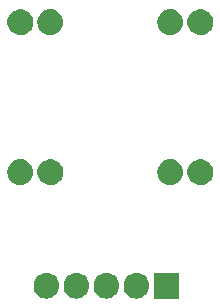
<source format=gbs>
%TF.GenerationSoftware,KiCad,Pcbnew,4.0.5-e0-6337~49~ubuntu16.04.1*%
%TF.CreationDate,2017-05-08T19:40:56-07:00*%
%TF.ProjectId,LDR-Board,4C44522D426F6172642E6B696361645F,v1.2*%
%TF.FileFunction,Soldermask,Bot*%
%FSLAX46Y46*%
G04 Gerber Fmt 4.6, Leading zero omitted, Abs format (unit mm)*
G04 Created by KiCad (PCBNEW 4.0.5-e0-6337~49~ubuntu16.04.1) date Mon May  8 19:40:56 2017*
%MOMM*%
%LPD*%
G01*
G04 APERTURE LIST*
%ADD10C,0.350000*%
G04 APERTURE END LIST*
D10*
G36*
X16729570Y-79696817D02*
X16729575Y-79696819D01*
X16729617Y-79696823D01*
X16933245Y-79759856D01*
X17120750Y-79861240D01*
X17284993Y-79997114D01*
X17419717Y-80162301D01*
X17519789Y-80350510D01*
X17581399Y-80554572D01*
X17602200Y-80766715D01*
X17602200Y-80777285D01*
X17602094Y-80792534D01*
X17578333Y-81004366D01*
X17513880Y-81207548D01*
X17411189Y-81394342D01*
X17274172Y-81557632D01*
X17108049Y-81691199D01*
X16919145Y-81789955D01*
X16714658Y-81850139D01*
X16714617Y-81850143D01*
X16714613Y-81850144D01*
X16502377Y-81869459D01*
X16290430Y-81847183D01*
X16290425Y-81847181D01*
X16290383Y-81847177D01*
X16086755Y-81784144D01*
X15899250Y-81682760D01*
X15735007Y-81546886D01*
X15600283Y-81381699D01*
X15500211Y-81193490D01*
X15438601Y-80989428D01*
X15417800Y-80777285D01*
X15417800Y-80766715D01*
X15417906Y-80751466D01*
X15441667Y-80539634D01*
X15506120Y-80336452D01*
X15608811Y-80149658D01*
X15745828Y-79986368D01*
X15911951Y-79852801D01*
X16100855Y-79754045D01*
X16305342Y-79693861D01*
X16305383Y-79693857D01*
X16305387Y-79693856D01*
X16517623Y-79674541D01*
X16729570Y-79696817D01*
X16729570Y-79696817D01*
G37*
G36*
X19269570Y-79696817D02*
X19269575Y-79696819D01*
X19269617Y-79696823D01*
X19473245Y-79759856D01*
X19660750Y-79861240D01*
X19824993Y-79997114D01*
X19959717Y-80162301D01*
X20059789Y-80350510D01*
X20121399Y-80554572D01*
X20142200Y-80766715D01*
X20142200Y-80777285D01*
X20142094Y-80792534D01*
X20118333Y-81004366D01*
X20053880Y-81207548D01*
X19951189Y-81394342D01*
X19814172Y-81557632D01*
X19648049Y-81691199D01*
X19459145Y-81789955D01*
X19254658Y-81850139D01*
X19254617Y-81850143D01*
X19254613Y-81850144D01*
X19042377Y-81869459D01*
X18830430Y-81847183D01*
X18830425Y-81847181D01*
X18830383Y-81847177D01*
X18626755Y-81784144D01*
X18439250Y-81682760D01*
X18275007Y-81546886D01*
X18140283Y-81381699D01*
X18040211Y-81193490D01*
X17978601Y-80989428D01*
X17957800Y-80777285D01*
X17957800Y-80766715D01*
X17957906Y-80751466D01*
X17981667Y-80539634D01*
X18046120Y-80336452D01*
X18148811Y-80149658D01*
X18285828Y-79986368D01*
X18451951Y-79852801D01*
X18640855Y-79754045D01*
X18845342Y-79693861D01*
X18845383Y-79693857D01*
X18845387Y-79693856D01*
X19057623Y-79674541D01*
X19269570Y-79696817D01*
X19269570Y-79696817D01*
G37*
G36*
X21809570Y-79696817D02*
X21809575Y-79696819D01*
X21809617Y-79696823D01*
X22013245Y-79759856D01*
X22200750Y-79861240D01*
X22364993Y-79997114D01*
X22499717Y-80162301D01*
X22599789Y-80350510D01*
X22661399Y-80554572D01*
X22682200Y-80766715D01*
X22682200Y-80777285D01*
X22682094Y-80792534D01*
X22658333Y-81004366D01*
X22593880Y-81207548D01*
X22491189Y-81394342D01*
X22354172Y-81557632D01*
X22188049Y-81691199D01*
X21999145Y-81789955D01*
X21794658Y-81850139D01*
X21794617Y-81850143D01*
X21794613Y-81850144D01*
X21582377Y-81869459D01*
X21370430Y-81847183D01*
X21370425Y-81847181D01*
X21370383Y-81847177D01*
X21166755Y-81784144D01*
X20979250Y-81682760D01*
X20815007Y-81546886D01*
X20680283Y-81381699D01*
X20580211Y-81193490D01*
X20518601Y-80989428D01*
X20497800Y-80777285D01*
X20497800Y-80766715D01*
X20497906Y-80751466D01*
X20521667Y-80539634D01*
X20586120Y-80336452D01*
X20688811Y-80149658D01*
X20825828Y-79986368D01*
X20991951Y-79852801D01*
X21180855Y-79754045D01*
X21385342Y-79693861D01*
X21385383Y-79693857D01*
X21385387Y-79693856D01*
X21597623Y-79674541D01*
X21809570Y-79696817D01*
X21809570Y-79696817D01*
G37*
G36*
X14189570Y-79696817D02*
X14189575Y-79696819D01*
X14189617Y-79696823D01*
X14393245Y-79759856D01*
X14580750Y-79861240D01*
X14744993Y-79997114D01*
X14879717Y-80162301D01*
X14979789Y-80350510D01*
X15041399Y-80554572D01*
X15062200Y-80766715D01*
X15062200Y-80777285D01*
X15062094Y-80792534D01*
X15038333Y-81004366D01*
X14973880Y-81207548D01*
X14871189Y-81394342D01*
X14734172Y-81557632D01*
X14568049Y-81691199D01*
X14379145Y-81789955D01*
X14174658Y-81850139D01*
X14174617Y-81850143D01*
X14174613Y-81850144D01*
X13962377Y-81869459D01*
X13750430Y-81847183D01*
X13750425Y-81847181D01*
X13750383Y-81847177D01*
X13546755Y-81784144D01*
X13359250Y-81682760D01*
X13195007Y-81546886D01*
X13060283Y-81381699D01*
X12960211Y-81193490D01*
X12898601Y-80989428D01*
X12877800Y-80777285D01*
X12877800Y-80766715D01*
X12877906Y-80751466D01*
X12901667Y-80539634D01*
X12966120Y-80336452D01*
X13068811Y-80149658D01*
X13205828Y-79986368D01*
X13371951Y-79852801D01*
X13560855Y-79754045D01*
X13765342Y-79693861D01*
X13765383Y-79693857D01*
X13765387Y-79693856D01*
X13977623Y-79674541D01*
X14189570Y-79696817D01*
X14189570Y-79696817D01*
G37*
G36*
X25222200Y-81864200D02*
X23037800Y-81864200D01*
X23037800Y-79679800D01*
X25222200Y-79679800D01*
X25222200Y-81864200D01*
X25222200Y-81864200D01*
G37*
G36*
X24674551Y-70089890D02*
X24674556Y-70089892D01*
X24674598Y-70089896D01*
X24878226Y-70152929D01*
X25065731Y-70254313D01*
X25229974Y-70390187D01*
X25364698Y-70555374D01*
X25464770Y-70743583D01*
X25526380Y-70947645D01*
X25547181Y-71159788D01*
X25547181Y-71170358D01*
X25547075Y-71185607D01*
X25523314Y-71397439D01*
X25458861Y-71600621D01*
X25356170Y-71787415D01*
X25219153Y-71950705D01*
X25053030Y-72084272D01*
X24864126Y-72183028D01*
X24659639Y-72243212D01*
X24659598Y-72243216D01*
X24659594Y-72243217D01*
X24447358Y-72262532D01*
X24235411Y-72240256D01*
X24235406Y-72240254D01*
X24235364Y-72240250D01*
X24031736Y-72177217D01*
X23844231Y-72075833D01*
X23679988Y-71939959D01*
X23545264Y-71774772D01*
X23445192Y-71586563D01*
X23383582Y-71382501D01*
X23362781Y-71170358D01*
X23362781Y-71159788D01*
X23362887Y-71144539D01*
X23386648Y-70932707D01*
X23451101Y-70729525D01*
X23553792Y-70542731D01*
X23690809Y-70379441D01*
X23856932Y-70245874D01*
X24045836Y-70147118D01*
X24250323Y-70086934D01*
X24250364Y-70086930D01*
X24250368Y-70086929D01*
X24462604Y-70067614D01*
X24674551Y-70089890D01*
X24674551Y-70089890D01*
G37*
G36*
X11974551Y-70089890D02*
X11974556Y-70089892D01*
X11974598Y-70089896D01*
X12178226Y-70152929D01*
X12365731Y-70254313D01*
X12529974Y-70390187D01*
X12664698Y-70555374D01*
X12764770Y-70743583D01*
X12826380Y-70947645D01*
X12847181Y-71159788D01*
X12847181Y-71170358D01*
X12847075Y-71185607D01*
X12823314Y-71397439D01*
X12758861Y-71600621D01*
X12656170Y-71787415D01*
X12519153Y-71950705D01*
X12353030Y-72084272D01*
X12164126Y-72183028D01*
X11959639Y-72243212D01*
X11959598Y-72243216D01*
X11959594Y-72243217D01*
X11747358Y-72262532D01*
X11535411Y-72240256D01*
X11535406Y-72240254D01*
X11535364Y-72240250D01*
X11331736Y-72177217D01*
X11144231Y-72075833D01*
X10979988Y-71939959D01*
X10845264Y-71774772D01*
X10745192Y-71586563D01*
X10683582Y-71382501D01*
X10662781Y-71170358D01*
X10662781Y-71159788D01*
X10662887Y-71144539D01*
X10686648Y-70932707D01*
X10751101Y-70729525D01*
X10853792Y-70542731D01*
X10990809Y-70379441D01*
X11156932Y-70245874D01*
X11345836Y-70147118D01*
X11550323Y-70086934D01*
X11550364Y-70086930D01*
X11550368Y-70086929D01*
X11762604Y-70067614D01*
X11974551Y-70089890D01*
X11974551Y-70089890D01*
G37*
G36*
X27109703Y-70073599D02*
X27319513Y-70116667D01*
X27516975Y-70199672D01*
X27694547Y-70319446D01*
X27845473Y-70471429D01*
X27964003Y-70649833D01*
X28045627Y-70847866D01*
X28087160Y-71057623D01*
X28087160Y-71057633D01*
X28087228Y-71057977D01*
X28083812Y-71302624D01*
X28083734Y-71302967D01*
X28083734Y-71302972D01*
X28036359Y-71511495D01*
X27949241Y-71707166D01*
X27825773Y-71882193D01*
X27670661Y-72029904D01*
X27489811Y-72144675D01*
X27290116Y-72222131D01*
X27079181Y-72259325D01*
X26865034Y-72254839D01*
X26655838Y-72208844D01*
X26459560Y-72123092D01*
X26283683Y-72000855D01*
X26134888Y-71846773D01*
X26018860Y-71666732D01*
X25940008Y-71467577D01*
X25901344Y-71256911D01*
X25904334Y-71042739D01*
X25948868Y-70833225D01*
X26033245Y-70636355D01*
X26154258Y-70459622D01*
X26307291Y-70309761D01*
X26486521Y-70192477D01*
X26685116Y-70112238D01*
X26895511Y-70072104D01*
X27109703Y-70073599D01*
X27109703Y-70073599D01*
G37*
G36*
X14409703Y-70073599D02*
X14619513Y-70116667D01*
X14816975Y-70199672D01*
X14994547Y-70319446D01*
X15145473Y-70471429D01*
X15264003Y-70649833D01*
X15345627Y-70847866D01*
X15387160Y-71057623D01*
X15387160Y-71057633D01*
X15387228Y-71057977D01*
X15383812Y-71302624D01*
X15383734Y-71302967D01*
X15383734Y-71302972D01*
X15336359Y-71511495D01*
X15249241Y-71707166D01*
X15125773Y-71882193D01*
X14970661Y-72029904D01*
X14789811Y-72144675D01*
X14590116Y-72222131D01*
X14379181Y-72259325D01*
X14165034Y-72254839D01*
X13955838Y-72208844D01*
X13759560Y-72123092D01*
X13583683Y-72000855D01*
X13434888Y-71846773D01*
X13318860Y-71666732D01*
X13240008Y-71467577D01*
X13201344Y-71256911D01*
X13204334Y-71042739D01*
X13248868Y-70833225D01*
X13333245Y-70636355D01*
X13454258Y-70459622D01*
X13607291Y-70309761D01*
X13786521Y-70192477D01*
X13985116Y-70112238D01*
X14195511Y-70072104D01*
X14409703Y-70073599D01*
X14409703Y-70073599D01*
G37*
G36*
X24674551Y-57389890D02*
X24674556Y-57389892D01*
X24674598Y-57389896D01*
X24878226Y-57452929D01*
X25065731Y-57554313D01*
X25229974Y-57690187D01*
X25364698Y-57855374D01*
X25464770Y-58043583D01*
X25526380Y-58247645D01*
X25547181Y-58459788D01*
X25547181Y-58470358D01*
X25547075Y-58485607D01*
X25523314Y-58697439D01*
X25458861Y-58900621D01*
X25356170Y-59087415D01*
X25219153Y-59250705D01*
X25053030Y-59384272D01*
X24864126Y-59483028D01*
X24659639Y-59543212D01*
X24659598Y-59543216D01*
X24659594Y-59543217D01*
X24447358Y-59562532D01*
X24235411Y-59540256D01*
X24235406Y-59540254D01*
X24235364Y-59540250D01*
X24031736Y-59477217D01*
X23844231Y-59375833D01*
X23679988Y-59239959D01*
X23545264Y-59074772D01*
X23445192Y-58886563D01*
X23383582Y-58682501D01*
X23362781Y-58470358D01*
X23362781Y-58459788D01*
X23362887Y-58444539D01*
X23386648Y-58232707D01*
X23451101Y-58029525D01*
X23553792Y-57842731D01*
X23690809Y-57679441D01*
X23856932Y-57545874D01*
X24045836Y-57447118D01*
X24250323Y-57386934D01*
X24250364Y-57386930D01*
X24250368Y-57386929D01*
X24462604Y-57367614D01*
X24674551Y-57389890D01*
X24674551Y-57389890D01*
G37*
G36*
X14514551Y-57389890D02*
X14514556Y-57389892D01*
X14514598Y-57389896D01*
X14718226Y-57452929D01*
X14905731Y-57554313D01*
X15069974Y-57690187D01*
X15204698Y-57855374D01*
X15304770Y-58043583D01*
X15366380Y-58247645D01*
X15387181Y-58459788D01*
X15387181Y-58470358D01*
X15387075Y-58485607D01*
X15363314Y-58697439D01*
X15298861Y-58900621D01*
X15196170Y-59087415D01*
X15059153Y-59250705D01*
X14893030Y-59384272D01*
X14704126Y-59483028D01*
X14499639Y-59543212D01*
X14499598Y-59543216D01*
X14499594Y-59543217D01*
X14287358Y-59562532D01*
X14075411Y-59540256D01*
X14075406Y-59540254D01*
X14075364Y-59540250D01*
X13871736Y-59477217D01*
X13684231Y-59375833D01*
X13519988Y-59239959D01*
X13385264Y-59074772D01*
X13285192Y-58886563D01*
X13223582Y-58682501D01*
X13202781Y-58470358D01*
X13202781Y-58459788D01*
X13202887Y-58444539D01*
X13226648Y-58232707D01*
X13291101Y-58029525D01*
X13393792Y-57842731D01*
X13530809Y-57679441D01*
X13696932Y-57545874D01*
X13885836Y-57447118D01*
X14090323Y-57386934D01*
X14090364Y-57386930D01*
X14090368Y-57386929D01*
X14302604Y-57367614D01*
X14514551Y-57389890D01*
X14514551Y-57389890D01*
G37*
G36*
X27109703Y-57373599D02*
X27319513Y-57416667D01*
X27516975Y-57499672D01*
X27694547Y-57619446D01*
X27845473Y-57771429D01*
X27964003Y-57949833D01*
X28045627Y-58147866D01*
X28087160Y-58357623D01*
X28087160Y-58357633D01*
X28087228Y-58357977D01*
X28083812Y-58602624D01*
X28083734Y-58602967D01*
X28083734Y-58602972D01*
X28036359Y-58811495D01*
X27949241Y-59007166D01*
X27825773Y-59182193D01*
X27670661Y-59329904D01*
X27489811Y-59444675D01*
X27290116Y-59522131D01*
X27079181Y-59559325D01*
X26865034Y-59554839D01*
X26655838Y-59508844D01*
X26459560Y-59423092D01*
X26283683Y-59300855D01*
X26134888Y-59146773D01*
X26018860Y-58966732D01*
X25940008Y-58767577D01*
X25901344Y-58556911D01*
X25904334Y-58342739D01*
X25948868Y-58133225D01*
X26033245Y-57936355D01*
X26154258Y-57759622D01*
X26307291Y-57609761D01*
X26486521Y-57492477D01*
X26685116Y-57412238D01*
X26895511Y-57372104D01*
X27109703Y-57373599D01*
X27109703Y-57373599D01*
G37*
G36*
X11869703Y-57373599D02*
X12079513Y-57416667D01*
X12276975Y-57499672D01*
X12454547Y-57619446D01*
X12605473Y-57771429D01*
X12724003Y-57949833D01*
X12805627Y-58147866D01*
X12847160Y-58357623D01*
X12847160Y-58357633D01*
X12847228Y-58357977D01*
X12843812Y-58602624D01*
X12843734Y-58602967D01*
X12843734Y-58602972D01*
X12796359Y-58811495D01*
X12709241Y-59007166D01*
X12585773Y-59182193D01*
X12430661Y-59329904D01*
X12249811Y-59444675D01*
X12050116Y-59522131D01*
X11839181Y-59559325D01*
X11625034Y-59554839D01*
X11415838Y-59508844D01*
X11219560Y-59423092D01*
X11043683Y-59300855D01*
X10894888Y-59146773D01*
X10778860Y-58966732D01*
X10700008Y-58767577D01*
X10661344Y-58556911D01*
X10664334Y-58342739D01*
X10708868Y-58133225D01*
X10793245Y-57936355D01*
X10914258Y-57759622D01*
X11067291Y-57609761D01*
X11246521Y-57492477D01*
X11445116Y-57412238D01*
X11655511Y-57372104D01*
X11869703Y-57373599D01*
X11869703Y-57373599D01*
G37*
M02*

</source>
